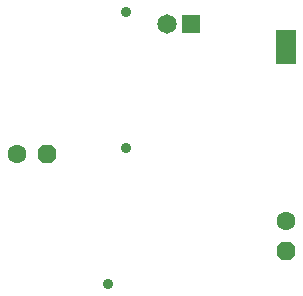
<source format=gts>
G04 EAGLE Gerber X2 export*
G75*
%MOMM*%
%FSLAX34Y34*%
%LPD*%
%AMOC8*
5,1,8,0,0,1.08239X$1,22.5*%
G01*
%ADD10C,1.650000*%
%ADD11R,1.650000X1.650000*%
%ADD12P,1.732040X8X202.500000*%
%ADD13C,1.600200*%
%ADD14P,1.732040X8X112.500000*%
%ADD15R,1.651000X2.921000*%
%ADD16C,0.900000*%


D10*
X145000Y330000D03*
D11*
X165000Y330000D03*
D12*
X42700Y220000D03*
D13*
X17300Y220000D03*
D14*
X245000Y137300D03*
D13*
X245000Y162700D03*
D15*
X245000Y310000D03*
D16*
X95000Y110000D03*
X110000Y225000D03*
X110000Y340000D03*
M02*

</source>
